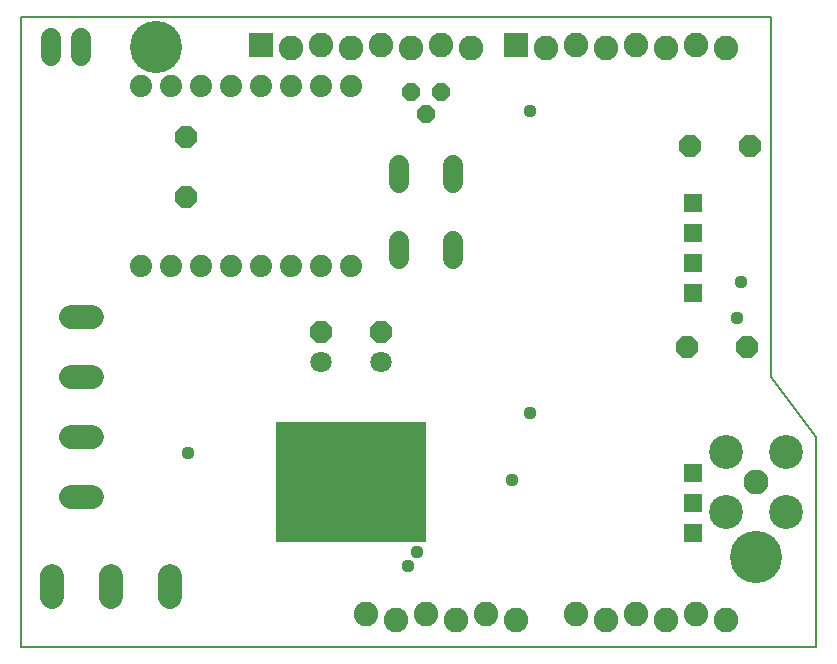
<source format=gbs>
G75*
G70*
%OFA0B0*%
%FSLAX24Y24*%
%IPPOS*%
%LPD*%
%AMOC8*
5,1,8,0,0,1.08239X$1,22.5*
%
%ADD10C,0.0080*%
%ADD11R,0.5000X0.4000*%
%ADD12R,0.0595X0.0595*%
%ADD13OC8,0.0710*%
%ADD14C,0.0710*%
%ADD15OC8,0.0600*%
%ADD16C,0.0680*%
%ADD17C,0.0820*%
%ADD18R,0.0820X0.0820*%
%ADD19C,0.0830*%
%ADD20C,0.1130*%
%ADD21C,0.0785*%
%ADD22C,0.0740*%
%ADD23C,0.0440*%
%ADD24C,0.1740*%
%ADD25R,0.0476X0.0476*%
D10*
X002503Y000180D02*
X029003Y000180D01*
X029003Y007180D01*
X027503Y009180D01*
X027503Y021180D01*
X002503Y021180D01*
X002503Y000180D01*
D11*
X013503Y005680D03*
D12*
X024903Y005980D03*
X024903Y004980D03*
X024903Y003980D03*
X024903Y011980D03*
X024903Y012980D03*
X024903Y013980D03*
X024903Y014980D03*
D13*
X024803Y016880D03*
X026803Y016880D03*
X026703Y010180D03*
X024703Y010180D03*
X014503Y010680D03*
X012503Y010680D03*
X008003Y015180D03*
X008003Y017180D03*
D14*
X012503Y009680D03*
X014503Y009680D03*
D15*
X016003Y017930D03*
X015503Y018680D03*
X016503Y018680D03*
D16*
X016893Y016260D02*
X016893Y015660D01*
X015113Y015660D02*
X015113Y016260D01*
X015113Y013700D02*
X015113Y013100D01*
X016893Y013100D02*
X016893Y013700D01*
X004503Y019880D02*
X004503Y020480D01*
X003503Y020480D02*
X003503Y019880D01*
D17*
X011503Y020130D03*
X012503Y020230D03*
X013503Y020130D03*
X014503Y020230D03*
X015503Y020130D03*
X016503Y020230D03*
X017503Y020130D03*
X020003Y020130D03*
X021003Y020230D03*
X022003Y020130D03*
X023003Y020230D03*
X024003Y020130D03*
X025003Y020230D03*
X026003Y020130D03*
X025003Y001280D03*
X024003Y001080D03*
X023003Y001280D03*
X022003Y001080D03*
X021003Y001280D03*
X019003Y001080D03*
X018003Y001280D03*
X017003Y001080D03*
X016003Y001280D03*
X015003Y001080D03*
X014003Y001280D03*
X026003Y001080D03*
D18*
X019003Y020230D03*
X010503Y020230D03*
D19*
X027003Y005680D03*
D20*
X025999Y004676D03*
X028007Y004676D03*
X028007Y006684D03*
X025999Y006684D03*
D21*
X007472Y002540D02*
X007472Y001835D01*
X005503Y001835D02*
X005503Y002540D01*
X003535Y002540D02*
X003535Y001835D01*
X004151Y005196D02*
X004856Y005196D01*
X004856Y007164D02*
X004151Y007164D01*
X004151Y009196D02*
X004856Y009196D01*
X004856Y011164D02*
X004151Y011164D01*
D22*
X006503Y012893D03*
X007503Y012893D03*
X008503Y012893D03*
X009503Y012893D03*
X010503Y012893D03*
X011503Y012893D03*
X012503Y012893D03*
X013503Y012893D03*
X013503Y018893D03*
X012503Y018893D03*
X011503Y018893D03*
X010503Y018893D03*
X009503Y018893D03*
X008503Y018893D03*
X007503Y018893D03*
X006503Y018893D03*
D23*
X019453Y018030D03*
X026503Y012330D03*
X026353Y011130D03*
X019453Y007980D03*
X018853Y005730D03*
X015703Y003330D03*
X015403Y002880D03*
X008053Y006630D03*
D24*
X027003Y003180D03*
X007003Y020180D03*
D25*
X011503Y007180D03*
X011503Y006180D03*
X011503Y005180D03*
X012503Y005180D03*
X013503Y005180D03*
X014503Y005180D03*
X015503Y005180D03*
X015503Y006180D03*
X015503Y007180D03*
X015503Y004180D03*
X014503Y004180D03*
X013503Y004180D03*
X012503Y004180D03*
X011503Y004180D03*
M02*

</source>
